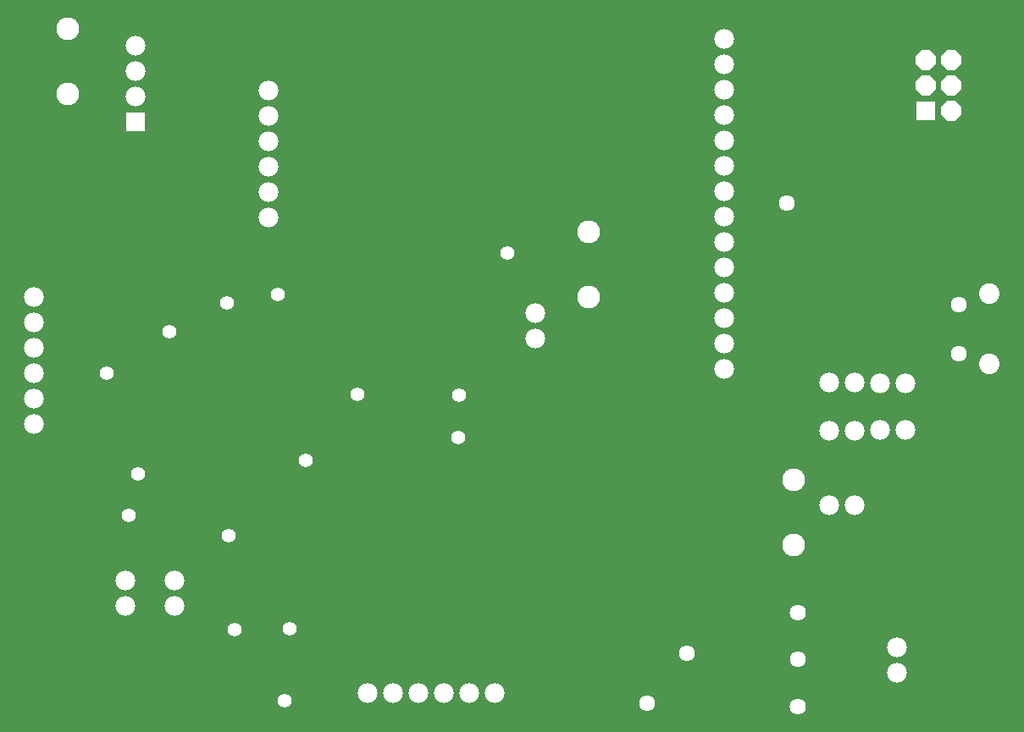
<source format=gbs>
G04 EAGLE Gerber RS-274X export*
G75*
%MOMM*%
%FSLAX34Y34*%
%LPD*%
%INSoldermask Bottom*%
%IPNEG*%
%AMOC8*
5,1,8,0,0,1.08239X$1,22.5*%
G01*
%ADD10C,1.981200*%
%ADD11C,2.286000*%
%ADD12R,1.981200X1.981200*%
%ADD13C,1.625600*%
%ADD14C,1.609600*%
%ADD15C,2.051600*%
%ADD16P,2.144431X8X112.500000*%
%ADD17C,1.409600*%


D10*
X380700Y59900D03*
X406100Y59900D03*
X431500Y59900D03*
X456900Y59900D03*
X482300Y59900D03*
X507700Y59900D03*
D11*
X601200Y521639D03*
X601200Y456361D03*
X80700Y724539D03*
X80700Y659261D03*
D10*
X737400Y383900D03*
X737400Y409300D03*
X737400Y434700D03*
X737400Y460100D03*
X737400Y485500D03*
X737400Y510900D03*
X737400Y536300D03*
X737400Y561700D03*
X737400Y587100D03*
X737400Y612500D03*
X737400Y637900D03*
X737400Y663300D03*
X737400Y688700D03*
X737400Y714100D03*
X47400Y328800D03*
X47400Y354200D03*
X47400Y379600D03*
X47400Y405000D03*
X47400Y430400D03*
X47400Y455800D03*
X910100Y105200D03*
X910100Y79800D03*
D12*
X148200Y631400D03*
D10*
X148200Y656800D03*
X148200Y682200D03*
X148200Y707600D03*
X281200Y535300D03*
X281200Y560700D03*
X281200Y586100D03*
X281200Y611500D03*
X281200Y636900D03*
X281200Y662300D03*
X918000Y323200D03*
X892600Y323200D03*
X138700Y147300D03*
X138700Y172700D03*
X187700Y147100D03*
X187700Y172500D03*
X892400Y369800D03*
X917800Y369800D03*
X867800Y370200D03*
X842400Y370200D03*
X842000Y322300D03*
X867400Y322300D03*
X867700Y247700D03*
X842300Y247700D03*
X547800Y440400D03*
X547800Y415000D03*
D13*
X810700Y140500D03*
D14*
X810700Y93500D03*
D13*
X810700Y46500D03*
D14*
X971250Y448600D03*
X971250Y399100D03*
D15*
X1002000Y389100D03*
X1002000Y459100D03*
D12*
X938200Y642500D03*
D16*
X938200Y667900D03*
X938200Y693300D03*
X963600Y693300D03*
X963600Y667900D03*
X963600Y642500D03*
D11*
X806700Y273439D03*
X806700Y208161D03*
D14*
X700000Y100000D03*
D17*
X240000Y450000D03*
X242000Y217500D03*
X248000Y123000D03*
X302500Y124500D03*
X297500Y52000D03*
D14*
X800000Y550000D03*
D17*
X142000Y237500D03*
X472000Y357500D03*
X182500Y421500D03*
X291000Y458500D03*
X471500Y315500D03*
X520000Y500000D03*
X120000Y380000D03*
X151500Y279500D03*
X370000Y358500D03*
X318500Y293000D03*
D14*
X660000Y50000D03*
M02*

</source>
